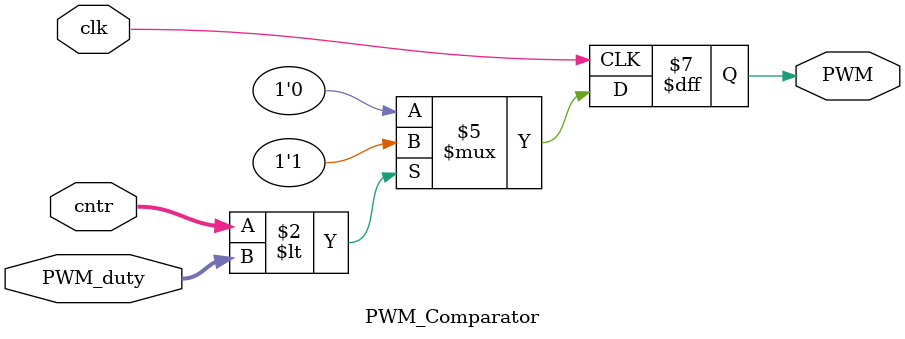
<source format=v>
`timescale 1ns / 1ps


module PWM_Comparator(
        input               clk,
        input   [9:0]       PWM_duty,
        input   [9:0]       cntr,
        output  reg         PWM   
    );
    
    initial
    begin
        PWM <= 4'd0;
    end
    
    always @ (posedge(clk))
    begin
        if(cntr < PWM_duty)
            PWM <= 1'b1;
        else
            PWM <= 1'b0;
    end
    
endmodule

</source>
